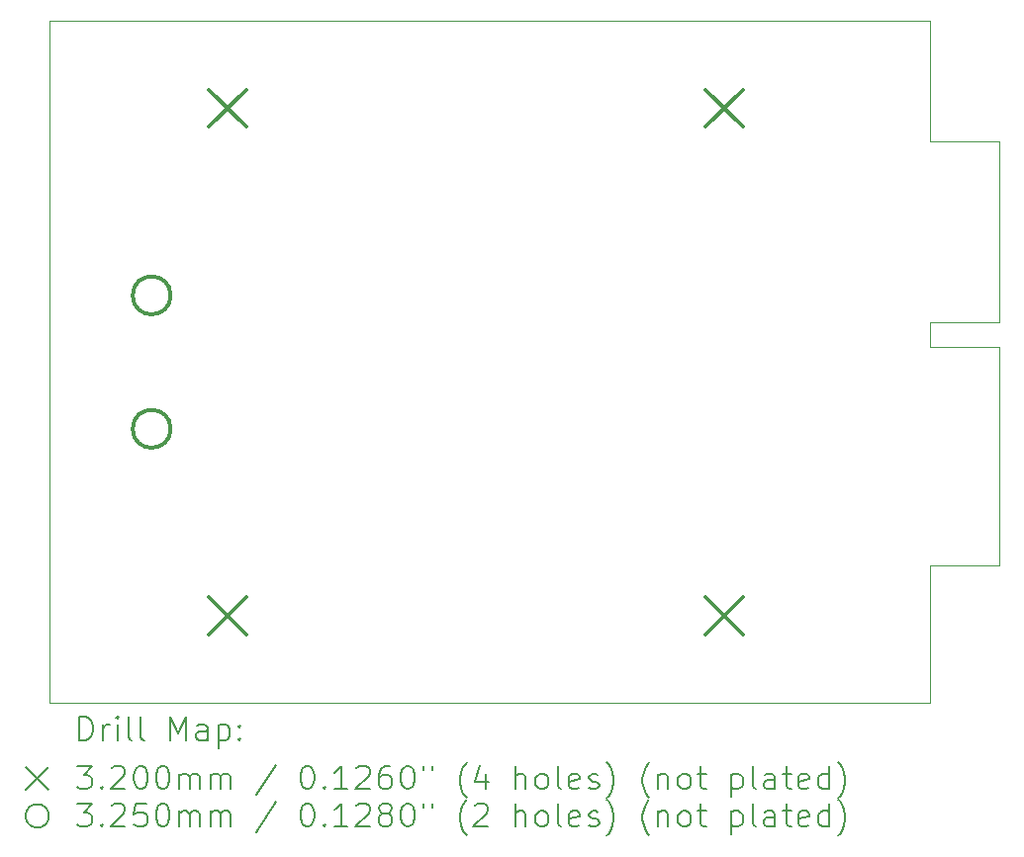
<source format=gbr>
%TF.GenerationSoftware,KiCad,Pcbnew,8.0.4*%
%TF.CreationDate,2024-09-18T23:48:34+03:00*%
%TF.ProjectId,dsoxlan,64736f78-6c61-46e2-9e6b-696361645f70,rev?*%
%TF.SameCoordinates,Original*%
%TF.FileFunction,Drillmap*%
%TF.FilePolarity,Positive*%
%FSLAX45Y45*%
G04 Gerber Fmt 4.5, Leading zero omitted, Abs format (unit mm)*
G04 Created by KiCad (PCBNEW 8.0.4) date 2024-09-18 23:48:34*
%MOMM*%
%LPD*%
G01*
G04 APERTURE LIST*
%ADD10C,0.100000*%
%ADD11C,0.200000*%
%ADD12C,0.320000*%
%ADD13C,0.325000*%
G04 APERTURE END LIST*
D10*
X19354800Y-6946900D02*
X18757900Y-6946900D01*
X17957800Y-11760200D02*
X18757900Y-11760200D01*
X18757900Y-10579100D02*
X19354800Y-10579100D01*
X18757900Y-6946900D02*
X18757900Y-5918200D01*
X19354800Y-8496300D02*
X19354800Y-6946900D01*
X19354800Y-10579100D02*
X19354800Y-8712200D01*
X18757900Y-11760200D02*
X18757900Y-10579100D01*
X11226800Y-11760200D02*
X17957800Y-11760200D01*
X18757900Y-5918200D02*
X11226800Y-5918200D01*
X18757900Y-8712200D02*
X18757900Y-8496300D01*
X19354800Y-8712200D02*
X18757900Y-8712200D01*
X18757900Y-8496300D02*
X19354800Y-8496300D01*
X11226800Y-5918200D02*
X11226800Y-11760200D01*
D11*
D12*
X12590000Y-6504200D02*
X12910000Y-6824200D01*
X12910000Y-6504200D02*
X12590000Y-6824200D01*
X12590000Y-10854200D02*
X12910000Y-11174200D01*
X12910000Y-10854200D02*
X12590000Y-11174200D01*
X16840000Y-6504200D02*
X17160000Y-6824200D01*
X17160000Y-6504200D02*
X16840000Y-6824200D01*
X16840000Y-10854200D02*
X17160000Y-11174200D01*
X17160000Y-10854200D02*
X16840000Y-11174200D01*
D13*
X12263500Y-8267000D02*
G75*
G02*
X11938500Y-8267000I-162500J0D01*
G01*
X11938500Y-8267000D02*
G75*
G02*
X12263500Y-8267000I162500J0D01*
G01*
X12263500Y-9410000D02*
G75*
G02*
X11938500Y-9410000I-162500J0D01*
G01*
X11938500Y-9410000D02*
G75*
G02*
X12263500Y-9410000I162500J0D01*
G01*
D11*
X11482577Y-12076684D02*
X11482577Y-11876684D01*
X11482577Y-11876684D02*
X11530196Y-11876684D01*
X11530196Y-11876684D02*
X11558767Y-11886208D01*
X11558767Y-11886208D02*
X11577815Y-11905255D01*
X11577815Y-11905255D02*
X11587339Y-11924303D01*
X11587339Y-11924303D02*
X11596862Y-11962398D01*
X11596862Y-11962398D02*
X11596862Y-11990969D01*
X11596862Y-11990969D02*
X11587339Y-12029065D01*
X11587339Y-12029065D02*
X11577815Y-12048112D01*
X11577815Y-12048112D02*
X11558767Y-12067160D01*
X11558767Y-12067160D02*
X11530196Y-12076684D01*
X11530196Y-12076684D02*
X11482577Y-12076684D01*
X11682577Y-12076684D02*
X11682577Y-11943350D01*
X11682577Y-11981446D02*
X11692101Y-11962398D01*
X11692101Y-11962398D02*
X11701624Y-11952874D01*
X11701624Y-11952874D02*
X11720672Y-11943350D01*
X11720672Y-11943350D02*
X11739720Y-11943350D01*
X11806386Y-12076684D02*
X11806386Y-11943350D01*
X11806386Y-11876684D02*
X11796862Y-11886208D01*
X11796862Y-11886208D02*
X11806386Y-11895731D01*
X11806386Y-11895731D02*
X11815910Y-11886208D01*
X11815910Y-11886208D02*
X11806386Y-11876684D01*
X11806386Y-11876684D02*
X11806386Y-11895731D01*
X11930196Y-12076684D02*
X11911148Y-12067160D01*
X11911148Y-12067160D02*
X11901624Y-12048112D01*
X11901624Y-12048112D02*
X11901624Y-11876684D01*
X12034958Y-12076684D02*
X12015910Y-12067160D01*
X12015910Y-12067160D02*
X12006386Y-12048112D01*
X12006386Y-12048112D02*
X12006386Y-11876684D01*
X12263529Y-12076684D02*
X12263529Y-11876684D01*
X12263529Y-11876684D02*
X12330196Y-12019541D01*
X12330196Y-12019541D02*
X12396862Y-11876684D01*
X12396862Y-11876684D02*
X12396862Y-12076684D01*
X12577815Y-12076684D02*
X12577815Y-11971922D01*
X12577815Y-11971922D02*
X12568291Y-11952874D01*
X12568291Y-11952874D02*
X12549243Y-11943350D01*
X12549243Y-11943350D02*
X12511148Y-11943350D01*
X12511148Y-11943350D02*
X12492101Y-11952874D01*
X12577815Y-12067160D02*
X12558767Y-12076684D01*
X12558767Y-12076684D02*
X12511148Y-12076684D01*
X12511148Y-12076684D02*
X12492101Y-12067160D01*
X12492101Y-12067160D02*
X12482577Y-12048112D01*
X12482577Y-12048112D02*
X12482577Y-12029065D01*
X12482577Y-12029065D02*
X12492101Y-12010017D01*
X12492101Y-12010017D02*
X12511148Y-12000493D01*
X12511148Y-12000493D02*
X12558767Y-12000493D01*
X12558767Y-12000493D02*
X12577815Y-11990969D01*
X12673053Y-11943350D02*
X12673053Y-12143350D01*
X12673053Y-11952874D02*
X12692101Y-11943350D01*
X12692101Y-11943350D02*
X12730196Y-11943350D01*
X12730196Y-11943350D02*
X12749243Y-11952874D01*
X12749243Y-11952874D02*
X12758767Y-11962398D01*
X12758767Y-11962398D02*
X12768291Y-11981446D01*
X12768291Y-11981446D02*
X12768291Y-12038588D01*
X12768291Y-12038588D02*
X12758767Y-12057636D01*
X12758767Y-12057636D02*
X12749243Y-12067160D01*
X12749243Y-12067160D02*
X12730196Y-12076684D01*
X12730196Y-12076684D02*
X12692101Y-12076684D01*
X12692101Y-12076684D02*
X12673053Y-12067160D01*
X12854005Y-12057636D02*
X12863529Y-12067160D01*
X12863529Y-12067160D02*
X12854005Y-12076684D01*
X12854005Y-12076684D02*
X12844482Y-12067160D01*
X12844482Y-12067160D02*
X12854005Y-12057636D01*
X12854005Y-12057636D02*
X12854005Y-12076684D01*
X12854005Y-11952874D02*
X12863529Y-11962398D01*
X12863529Y-11962398D02*
X12854005Y-11971922D01*
X12854005Y-11971922D02*
X12844482Y-11962398D01*
X12844482Y-11962398D02*
X12854005Y-11952874D01*
X12854005Y-11952874D02*
X12854005Y-11971922D01*
X11021800Y-12305200D02*
X11221800Y-12505200D01*
X11221800Y-12305200D02*
X11021800Y-12505200D01*
X11463529Y-12296684D02*
X11587339Y-12296684D01*
X11587339Y-12296684D02*
X11520672Y-12372874D01*
X11520672Y-12372874D02*
X11549243Y-12372874D01*
X11549243Y-12372874D02*
X11568291Y-12382398D01*
X11568291Y-12382398D02*
X11577815Y-12391922D01*
X11577815Y-12391922D02*
X11587339Y-12410969D01*
X11587339Y-12410969D02*
X11587339Y-12458588D01*
X11587339Y-12458588D02*
X11577815Y-12477636D01*
X11577815Y-12477636D02*
X11568291Y-12487160D01*
X11568291Y-12487160D02*
X11549243Y-12496684D01*
X11549243Y-12496684D02*
X11492101Y-12496684D01*
X11492101Y-12496684D02*
X11473053Y-12487160D01*
X11473053Y-12487160D02*
X11463529Y-12477636D01*
X11673053Y-12477636D02*
X11682577Y-12487160D01*
X11682577Y-12487160D02*
X11673053Y-12496684D01*
X11673053Y-12496684D02*
X11663529Y-12487160D01*
X11663529Y-12487160D02*
X11673053Y-12477636D01*
X11673053Y-12477636D02*
X11673053Y-12496684D01*
X11758767Y-12315731D02*
X11768291Y-12306208D01*
X11768291Y-12306208D02*
X11787339Y-12296684D01*
X11787339Y-12296684D02*
X11834958Y-12296684D01*
X11834958Y-12296684D02*
X11854005Y-12306208D01*
X11854005Y-12306208D02*
X11863529Y-12315731D01*
X11863529Y-12315731D02*
X11873053Y-12334779D01*
X11873053Y-12334779D02*
X11873053Y-12353827D01*
X11873053Y-12353827D02*
X11863529Y-12382398D01*
X11863529Y-12382398D02*
X11749243Y-12496684D01*
X11749243Y-12496684D02*
X11873053Y-12496684D01*
X11996862Y-12296684D02*
X12015910Y-12296684D01*
X12015910Y-12296684D02*
X12034958Y-12306208D01*
X12034958Y-12306208D02*
X12044482Y-12315731D01*
X12044482Y-12315731D02*
X12054005Y-12334779D01*
X12054005Y-12334779D02*
X12063529Y-12372874D01*
X12063529Y-12372874D02*
X12063529Y-12420493D01*
X12063529Y-12420493D02*
X12054005Y-12458588D01*
X12054005Y-12458588D02*
X12044482Y-12477636D01*
X12044482Y-12477636D02*
X12034958Y-12487160D01*
X12034958Y-12487160D02*
X12015910Y-12496684D01*
X12015910Y-12496684D02*
X11996862Y-12496684D01*
X11996862Y-12496684D02*
X11977815Y-12487160D01*
X11977815Y-12487160D02*
X11968291Y-12477636D01*
X11968291Y-12477636D02*
X11958767Y-12458588D01*
X11958767Y-12458588D02*
X11949243Y-12420493D01*
X11949243Y-12420493D02*
X11949243Y-12372874D01*
X11949243Y-12372874D02*
X11958767Y-12334779D01*
X11958767Y-12334779D02*
X11968291Y-12315731D01*
X11968291Y-12315731D02*
X11977815Y-12306208D01*
X11977815Y-12306208D02*
X11996862Y-12296684D01*
X12187339Y-12296684D02*
X12206386Y-12296684D01*
X12206386Y-12296684D02*
X12225434Y-12306208D01*
X12225434Y-12306208D02*
X12234958Y-12315731D01*
X12234958Y-12315731D02*
X12244482Y-12334779D01*
X12244482Y-12334779D02*
X12254005Y-12372874D01*
X12254005Y-12372874D02*
X12254005Y-12420493D01*
X12254005Y-12420493D02*
X12244482Y-12458588D01*
X12244482Y-12458588D02*
X12234958Y-12477636D01*
X12234958Y-12477636D02*
X12225434Y-12487160D01*
X12225434Y-12487160D02*
X12206386Y-12496684D01*
X12206386Y-12496684D02*
X12187339Y-12496684D01*
X12187339Y-12496684D02*
X12168291Y-12487160D01*
X12168291Y-12487160D02*
X12158767Y-12477636D01*
X12158767Y-12477636D02*
X12149243Y-12458588D01*
X12149243Y-12458588D02*
X12139720Y-12420493D01*
X12139720Y-12420493D02*
X12139720Y-12372874D01*
X12139720Y-12372874D02*
X12149243Y-12334779D01*
X12149243Y-12334779D02*
X12158767Y-12315731D01*
X12158767Y-12315731D02*
X12168291Y-12306208D01*
X12168291Y-12306208D02*
X12187339Y-12296684D01*
X12339720Y-12496684D02*
X12339720Y-12363350D01*
X12339720Y-12382398D02*
X12349243Y-12372874D01*
X12349243Y-12372874D02*
X12368291Y-12363350D01*
X12368291Y-12363350D02*
X12396863Y-12363350D01*
X12396863Y-12363350D02*
X12415910Y-12372874D01*
X12415910Y-12372874D02*
X12425434Y-12391922D01*
X12425434Y-12391922D02*
X12425434Y-12496684D01*
X12425434Y-12391922D02*
X12434958Y-12372874D01*
X12434958Y-12372874D02*
X12454005Y-12363350D01*
X12454005Y-12363350D02*
X12482577Y-12363350D01*
X12482577Y-12363350D02*
X12501624Y-12372874D01*
X12501624Y-12372874D02*
X12511148Y-12391922D01*
X12511148Y-12391922D02*
X12511148Y-12496684D01*
X12606386Y-12496684D02*
X12606386Y-12363350D01*
X12606386Y-12382398D02*
X12615910Y-12372874D01*
X12615910Y-12372874D02*
X12634958Y-12363350D01*
X12634958Y-12363350D02*
X12663529Y-12363350D01*
X12663529Y-12363350D02*
X12682577Y-12372874D01*
X12682577Y-12372874D02*
X12692101Y-12391922D01*
X12692101Y-12391922D02*
X12692101Y-12496684D01*
X12692101Y-12391922D02*
X12701624Y-12372874D01*
X12701624Y-12372874D02*
X12720672Y-12363350D01*
X12720672Y-12363350D02*
X12749243Y-12363350D01*
X12749243Y-12363350D02*
X12768291Y-12372874D01*
X12768291Y-12372874D02*
X12777815Y-12391922D01*
X12777815Y-12391922D02*
X12777815Y-12496684D01*
X13168291Y-12287160D02*
X12996863Y-12544303D01*
X13425434Y-12296684D02*
X13444482Y-12296684D01*
X13444482Y-12296684D02*
X13463529Y-12306208D01*
X13463529Y-12306208D02*
X13473053Y-12315731D01*
X13473053Y-12315731D02*
X13482577Y-12334779D01*
X13482577Y-12334779D02*
X13492101Y-12372874D01*
X13492101Y-12372874D02*
X13492101Y-12420493D01*
X13492101Y-12420493D02*
X13482577Y-12458588D01*
X13482577Y-12458588D02*
X13473053Y-12477636D01*
X13473053Y-12477636D02*
X13463529Y-12487160D01*
X13463529Y-12487160D02*
X13444482Y-12496684D01*
X13444482Y-12496684D02*
X13425434Y-12496684D01*
X13425434Y-12496684D02*
X13406386Y-12487160D01*
X13406386Y-12487160D02*
X13396863Y-12477636D01*
X13396863Y-12477636D02*
X13387339Y-12458588D01*
X13387339Y-12458588D02*
X13377815Y-12420493D01*
X13377815Y-12420493D02*
X13377815Y-12372874D01*
X13377815Y-12372874D02*
X13387339Y-12334779D01*
X13387339Y-12334779D02*
X13396863Y-12315731D01*
X13396863Y-12315731D02*
X13406386Y-12306208D01*
X13406386Y-12306208D02*
X13425434Y-12296684D01*
X13577815Y-12477636D02*
X13587339Y-12487160D01*
X13587339Y-12487160D02*
X13577815Y-12496684D01*
X13577815Y-12496684D02*
X13568291Y-12487160D01*
X13568291Y-12487160D02*
X13577815Y-12477636D01*
X13577815Y-12477636D02*
X13577815Y-12496684D01*
X13777815Y-12496684D02*
X13663529Y-12496684D01*
X13720672Y-12496684D02*
X13720672Y-12296684D01*
X13720672Y-12296684D02*
X13701625Y-12325255D01*
X13701625Y-12325255D02*
X13682577Y-12344303D01*
X13682577Y-12344303D02*
X13663529Y-12353827D01*
X13854006Y-12315731D02*
X13863529Y-12306208D01*
X13863529Y-12306208D02*
X13882577Y-12296684D01*
X13882577Y-12296684D02*
X13930196Y-12296684D01*
X13930196Y-12296684D02*
X13949244Y-12306208D01*
X13949244Y-12306208D02*
X13958767Y-12315731D01*
X13958767Y-12315731D02*
X13968291Y-12334779D01*
X13968291Y-12334779D02*
X13968291Y-12353827D01*
X13968291Y-12353827D02*
X13958767Y-12382398D01*
X13958767Y-12382398D02*
X13844482Y-12496684D01*
X13844482Y-12496684D02*
X13968291Y-12496684D01*
X14139720Y-12296684D02*
X14101625Y-12296684D01*
X14101625Y-12296684D02*
X14082577Y-12306208D01*
X14082577Y-12306208D02*
X14073053Y-12315731D01*
X14073053Y-12315731D02*
X14054006Y-12344303D01*
X14054006Y-12344303D02*
X14044482Y-12382398D01*
X14044482Y-12382398D02*
X14044482Y-12458588D01*
X14044482Y-12458588D02*
X14054006Y-12477636D01*
X14054006Y-12477636D02*
X14063529Y-12487160D01*
X14063529Y-12487160D02*
X14082577Y-12496684D01*
X14082577Y-12496684D02*
X14120672Y-12496684D01*
X14120672Y-12496684D02*
X14139720Y-12487160D01*
X14139720Y-12487160D02*
X14149244Y-12477636D01*
X14149244Y-12477636D02*
X14158767Y-12458588D01*
X14158767Y-12458588D02*
X14158767Y-12410969D01*
X14158767Y-12410969D02*
X14149244Y-12391922D01*
X14149244Y-12391922D02*
X14139720Y-12382398D01*
X14139720Y-12382398D02*
X14120672Y-12372874D01*
X14120672Y-12372874D02*
X14082577Y-12372874D01*
X14082577Y-12372874D02*
X14063529Y-12382398D01*
X14063529Y-12382398D02*
X14054006Y-12391922D01*
X14054006Y-12391922D02*
X14044482Y-12410969D01*
X14282577Y-12296684D02*
X14301625Y-12296684D01*
X14301625Y-12296684D02*
X14320672Y-12306208D01*
X14320672Y-12306208D02*
X14330196Y-12315731D01*
X14330196Y-12315731D02*
X14339720Y-12334779D01*
X14339720Y-12334779D02*
X14349244Y-12372874D01*
X14349244Y-12372874D02*
X14349244Y-12420493D01*
X14349244Y-12420493D02*
X14339720Y-12458588D01*
X14339720Y-12458588D02*
X14330196Y-12477636D01*
X14330196Y-12477636D02*
X14320672Y-12487160D01*
X14320672Y-12487160D02*
X14301625Y-12496684D01*
X14301625Y-12496684D02*
X14282577Y-12496684D01*
X14282577Y-12496684D02*
X14263529Y-12487160D01*
X14263529Y-12487160D02*
X14254006Y-12477636D01*
X14254006Y-12477636D02*
X14244482Y-12458588D01*
X14244482Y-12458588D02*
X14234958Y-12420493D01*
X14234958Y-12420493D02*
X14234958Y-12372874D01*
X14234958Y-12372874D02*
X14244482Y-12334779D01*
X14244482Y-12334779D02*
X14254006Y-12315731D01*
X14254006Y-12315731D02*
X14263529Y-12306208D01*
X14263529Y-12306208D02*
X14282577Y-12296684D01*
X14425434Y-12296684D02*
X14425434Y-12334779D01*
X14501625Y-12296684D02*
X14501625Y-12334779D01*
X14796863Y-12572874D02*
X14787339Y-12563350D01*
X14787339Y-12563350D02*
X14768291Y-12534779D01*
X14768291Y-12534779D02*
X14758768Y-12515731D01*
X14758768Y-12515731D02*
X14749244Y-12487160D01*
X14749244Y-12487160D02*
X14739720Y-12439541D01*
X14739720Y-12439541D02*
X14739720Y-12401446D01*
X14739720Y-12401446D02*
X14749244Y-12353827D01*
X14749244Y-12353827D02*
X14758768Y-12325255D01*
X14758768Y-12325255D02*
X14768291Y-12306208D01*
X14768291Y-12306208D02*
X14787339Y-12277636D01*
X14787339Y-12277636D02*
X14796863Y-12268112D01*
X14958768Y-12363350D02*
X14958768Y-12496684D01*
X14911148Y-12287160D02*
X14863529Y-12430017D01*
X14863529Y-12430017D02*
X14987339Y-12430017D01*
X15215910Y-12496684D02*
X15215910Y-12296684D01*
X15301625Y-12496684D02*
X15301625Y-12391922D01*
X15301625Y-12391922D02*
X15292101Y-12372874D01*
X15292101Y-12372874D02*
X15273053Y-12363350D01*
X15273053Y-12363350D02*
X15244482Y-12363350D01*
X15244482Y-12363350D02*
X15225434Y-12372874D01*
X15225434Y-12372874D02*
X15215910Y-12382398D01*
X15425434Y-12496684D02*
X15406387Y-12487160D01*
X15406387Y-12487160D02*
X15396863Y-12477636D01*
X15396863Y-12477636D02*
X15387339Y-12458588D01*
X15387339Y-12458588D02*
X15387339Y-12401446D01*
X15387339Y-12401446D02*
X15396863Y-12382398D01*
X15396863Y-12382398D02*
X15406387Y-12372874D01*
X15406387Y-12372874D02*
X15425434Y-12363350D01*
X15425434Y-12363350D02*
X15454006Y-12363350D01*
X15454006Y-12363350D02*
X15473053Y-12372874D01*
X15473053Y-12372874D02*
X15482577Y-12382398D01*
X15482577Y-12382398D02*
X15492101Y-12401446D01*
X15492101Y-12401446D02*
X15492101Y-12458588D01*
X15492101Y-12458588D02*
X15482577Y-12477636D01*
X15482577Y-12477636D02*
X15473053Y-12487160D01*
X15473053Y-12487160D02*
X15454006Y-12496684D01*
X15454006Y-12496684D02*
X15425434Y-12496684D01*
X15606387Y-12496684D02*
X15587339Y-12487160D01*
X15587339Y-12487160D02*
X15577815Y-12468112D01*
X15577815Y-12468112D02*
X15577815Y-12296684D01*
X15758768Y-12487160D02*
X15739720Y-12496684D01*
X15739720Y-12496684D02*
X15701625Y-12496684D01*
X15701625Y-12496684D02*
X15682577Y-12487160D01*
X15682577Y-12487160D02*
X15673053Y-12468112D01*
X15673053Y-12468112D02*
X15673053Y-12391922D01*
X15673053Y-12391922D02*
X15682577Y-12372874D01*
X15682577Y-12372874D02*
X15701625Y-12363350D01*
X15701625Y-12363350D02*
X15739720Y-12363350D01*
X15739720Y-12363350D02*
X15758768Y-12372874D01*
X15758768Y-12372874D02*
X15768291Y-12391922D01*
X15768291Y-12391922D02*
X15768291Y-12410969D01*
X15768291Y-12410969D02*
X15673053Y-12430017D01*
X15844482Y-12487160D02*
X15863530Y-12496684D01*
X15863530Y-12496684D02*
X15901625Y-12496684D01*
X15901625Y-12496684D02*
X15920672Y-12487160D01*
X15920672Y-12487160D02*
X15930196Y-12468112D01*
X15930196Y-12468112D02*
X15930196Y-12458588D01*
X15930196Y-12458588D02*
X15920672Y-12439541D01*
X15920672Y-12439541D02*
X15901625Y-12430017D01*
X15901625Y-12430017D02*
X15873053Y-12430017D01*
X15873053Y-12430017D02*
X15854006Y-12420493D01*
X15854006Y-12420493D02*
X15844482Y-12401446D01*
X15844482Y-12401446D02*
X15844482Y-12391922D01*
X15844482Y-12391922D02*
X15854006Y-12372874D01*
X15854006Y-12372874D02*
X15873053Y-12363350D01*
X15873053Y-12363350D02*
X15901625Y-12363350D01*
X15901625Y-12363350D02*
X15920672Y-12372874D01*
X15996863Y-12572874D02*
X16006387Y-12563350D01*
X16006387Y-12563350D02*
X16025434Y-12534779D01*
X16025434Y-12534779D02*
X16034958Y-12515731D01*
X16034958Y-12515731D02*
X16044482Y-12487160D01*
X16044482Y-12487160D02*
X16054006Y-12439541D01*
X16054006Y-12439541D02*
X16054006Y-12401446D01*
X16054006Y-12401446D02*
X16044482Y-12353827D01*
X16044482Y-12353827D02*
X16034958Y-12325255D01*
X16034958Y-12325255D02*
X16025434Y-12306208D01*
X16025434Y-12306208D02*
X16006387Y-12277636D01*
X16006387Y-12277636D02*
X15996863Y-12268112D01*
X16358768Y-12572874D02*
X16349244Y-12563350D01*
X16349244Y-12563350D02*
X16330196Y-12534779D01*
X16330196Y-12534779D02*
X16320672Y-12515731D01*
X16320672Y-12515731D02*
X16311149Y-12487160D01*
X16311149Y-12487160D02*
X16301625Y-12439541D01*
X16301625Y-12439541D02*
X16301625Y-12401446D01*
X16301625Y-12401446D02*
X16311149Y-12353827D01*
X16311149Y-12353827D02*
X16320672Y-12325255D01*
X16320672Y-12325255D02*
X16330196Y-12306208D01*
X16330196Y-12306208D02*
X16349244Y-12277636D01*
X16349244Y-12277636D02*
X16358768Y-12268112D01*
X16434958Y-12363350D02*
X16434958Y-12496684D01*
X16434958Y-12382398D02*
X16444482Y-12372874D01*
X16444482Y-12372874D02*
X16463530Y-12363350D01*
X16463530Y-12363350D02*
X16492101Y-12363350D01*
X16492101Y-12363350D02*
X16511149Y-12372874D01*
X16511149Y-12372874D02*
X16520672Y-12391922D01*
X16520672Y-12391922D02*
X16520672Y-12496684D01*
X16644482Y-12496684D02*
X16625434Y-12487160D01*
X16625434Y-12487160D02*
X16615911Y-12477636D01*
X16615911Y-12477636D02*
X16606387Y-12458588D01*
X16606387Y-12458588D02*
X16606387Y-12401446D01*
X16606387Y-12401446D02*
X16615911Y-12382398D01*
X16615911Y-12382398D02*
X16625434Y-12372874D01*
X16625434Y-12372874D02*
X16644482Y-12363350D01*
X16644482Y-12363350D02*
X16673053Y-12363350D01*
X16673053Y-12363350D02*
X16692101Y-12372874D01*
X16692101Y-12372874D02*
X16701625Y-12382398D01*
X16701625Y-12382398D02*
X16711149Y-12401446D01*
X16711149Y-12401446D02*
X16711149Y-12458588D01*
X16711149Y-12458588D02*
X16701625Y-12477636D01*
X16701625Y-12477636D02*
X16692101Y-12487160D01*
X16692101Y-12487160D02*
X16673053Y-12496684D01*
X16673053Y-12496684D02*
X16644482Y-12496684D01*
X16768292Y-12363350D02*
X16844482Y-12363350D01*
X16796863Y-12296684D02*
X16796863Y-12468112D01*
X16796863Y-12468112D02*
X16806387Y-12487160D01*
X16806387Y-12487160D02*
X16825434Y-12496684D01*
X16825434Y-12496684D02*
X16844482Y-12496684D01*
X17063530Y-12363350D02*
X17063530Y-12563350D01*
X17063530Y-12372874D02*
X17082577Y-12363350D01*
X17082577Y-12363350D02*
X17120673Y-12363350D01*
X17120673Y-12363350D02*
X17139720Y-12372874D01*
X17139720Y-12372874D02*
X17149244Y-12382398D01*
X17149244Y-12382398D02*
X17158768Y-12401446D01*
X17158768Y-12401446D02*
X17158768Y-12458588D01*
X17158768Y-12458588D02*
X17149244Y-12477636D01*
X17149244Y-12477636D02*
X17139720Y-12487160D01*
X17139720Y-12487160D02*
X17120673Y-12496684D01*
X17120673Y-12496684D02*
X17082577Y-12496684D01*
X17082577Y-12496684D02*
X17063530Y-12487160D01*
X17273054Y-12496684D02*
X17254006Y-12487160D01*
X17254006Y-12487160D02*
X17244482Y-12468112D01*
X17244482Y-12468112D02*
X17244482Y-12296684D01*
X17434958Y-12496684D02*
X17434958Y-12391922D01*
X17434958Y-12391922D02*
X17425435Y-12372874D01*
X17425435Y-12372874D02*
X17406387Y-12363350D01*
X17406387Y-12363350D02*
X17368292Y-12363350D01*
X17368292Y-12363350D02*
X17349244Y-12372874D01*
X17434958Y-12487160D02*
X17415911Y-12496684D01*
X17415911Y-12496684D02*
X17368292Y-12496684D01*
X17368292Y-12496684D02*
X17349244Y-12487160D01*
X17349244Y-12487160D02*
X17339720Y-12468112D01*
X17339720Y-12468112D02*
X17339720Y-12449065D01*
X17339720Y-12449065D02*
X17349244Y-12430017D01*
X17349244Y-12430017D02*
X17368292Y-12420493D01*
X17368292Y-12420493D02*
X17415911Y-12420493D01*
X17415911Y-12420493D02*
X17434958Y-12410969D01*
X17501625Y-12363350D02*
X17577815Y-12363350D01*
X17530196Y-12296684D02*
X17530196Y-12468112D01*
X17530196Y-12468112D02*
X17539720Y-12487160D01*
X17539720Y-12487160D02*
X17558768Y-12496684D01*
X17558768Y-12496684D02*
X17577815Y-12496684D01*
X17720673Y-12487160D02*
X17701625Y-12496684D01*
X17701625Y-12496684D02*
X17663530Y-12496684D01*
X17663530Y-12496684D02*
X17644482Y-12487160D01*
X17644482Y-12487160D02*
X17634958Y-12468112D01*
X17634958Y-12468112D02*
X17634958Y-12391922D01*
X17634958Y-12391922D02*
X17644482Y-12372874D01*
X17644482Y-12372874D02*
X17663530Y-12363350D01*
X17663530Y-12363350D02*
X17701625Y-12363350D01*
X17701625Y-12363350D02*
X17720673Y-12372874D01*
X17720673Y-12372874D02*
X17730196Y-12391922D01*
X17730196Y-12391922D02*
X17730196Y-12410969D01*
X17730196Y-12410969D02*
X17634958Y-12430017D01*
X17901625Y-12496684D02*
X17901625Y-12296684D01*
X17901625Y-12487160D02*
X17882577Y-12496684D01*
X17882577Y-12496684D02*
X17844482Y-12496684D01*
X17844482Y-12496684D02*
X17825435Y-12487160D01*
X17825435Y-12487160D02*
X17815911Y-12477636D01*
X17815911Y-12477636D02*
X17806387Y-12458588D01*
X17806387Y-12458588D02*
X17806387Y-12401446D01*
X17806387Y-12401446D02*
X17815911Y-12382398D01*
X17815911Y-12382398D02*
X17825435Y-12372874D01*
X17825435Y-12372874D02*
X17844482Y-12363350D01*
X17844482Y-12363350D02*
X17882577Y-12363350D01*
X17882577Y-12363350D02*
X17901625Y-12372874D01*
X17977816Y-12572874D02*
X17987339Y-12563350D01*
X17987339Y-12563350D02*
X18006387Y-12534779D01*
X18006387Y-12534779D02*
X18015911Y-12515731D01*
X18015911Y-12515731D02*
X18025435Y-12487160D01*
X18025435Y-12487160D02*
X18034958Y-12439541D01*
X18034958Y-12439541D02*
X18034958Y-12401446D01*
X18034958Y-12401446D02*
X18025435Y-12353827D01*
X18025435Y-12353827D02*
X18015911Y-12325255D01*
X18015911Y-12325255D02*
X18006387Y-12306208D01*
X18006387Y-12306208D02*
X17987339Y-12277636D01*
X17987339Y-12277636D02*
X17977816Y-12268112D01*
X11221800Y-12725200D02*
G75*
G02*
X11021800Y-12725200I-100000J0D01*
G01*
X11021800Y-12725200D02*
G75*
G02*
X11221800Y-12725200I100000J0D01*
G01*
X11463529Y-12616684D02*
X11587339Y-12616684D01*
X11587339Y-12616684D02*
X11520672Y-12692874D01*
X11520672Y-12692874D02*
X11549243Y-12692874D01*
X11549243Y-12692874D02*
X11568291Y-12702398D01*
X11568291Y-12702398D02*
X11577815Y-12711922D01*
X11577815Y-12711922D02*
X11587339Y-12730969D01*
X11587339Y-12730969D02*
X11587339Y-12778588D01*
X11587339Y-12778588D02*
X11577815Y-12797636D01*
X11577815Y-12797636D02*
X11568291Y-12807160D01*
X11568291Y-12807160D02*
X11549243Y-12816684D01*
X11549243Y-12816684D02*
X11492101Y-12816684D01*
X11492101Y-12816684D02*
X11473053Y-12807160D01*
X11473053Y-12807160D02*
X11463529Y-12797636D01*
X11673053Y-12797636D02*
X11682577Y-12807160D01*
X11682577Y-12807160D02*
X11673053Y-12816684D01*
X11673053Y-12816684D02*
X11663529Y-12807160D01*
X11663529Y-12807160D02*
X11673053Y-12797636D01*
X11673053Y-12797636D02*
X11673053Y-12816684D01*
X11758767Y-12635731D02*
X11768291Y-12626208D01*
X11768291Y-12626208D02*
X11787339Y-12616684D01*
X11787339Y-12616684D02*
X11834958Y-12616684D01*
X11834958Y-12616684D02*
X11854005Y-12626208D01*
X11854005Y-12626208D02*
X11863529Y-12635731D01*
X11863529Y-12635731D02*
X11873053Y-12654779D01*
X11873053Y-12654779D02*
X11873053Y-12673827D01*
X11873053Y-12673827D02*
X11863529Y-12702398D01*
X11863529Y-12702398D02*
X11749243Y-12816684D01*
X11749243Y-12816684D02*
X11873053Y-12816684D01*
X12054005Y-12616684D02*
X11958767Y-12616684D01*
X11958767Y-12616684D02*
X11949243Y-12711922D01*
X11949243Y-12711922D02*
X11958767Y-12702398D01*
X11958767Y-12702398D02*
X11977815Y-12692874D01*
X11977815Y-12692874D02*
X12025434Y-12692874D01*
X12025434Y-12692874D02*
X12044482Y-12702398D01*
X12044482Y-12702398D02*
X12054005Y-12711922D01*
X12054005Y-12711922D02*
X12063529Y-12730969D01*
X12063529Y-12730969D02*
X12063529Y-12778588D01*
X12063529Y-12778588D02*
X12054005Y-12797636D01*
X12054005Y-12797636D02*
X12044482Y-12807160D01*
X12044482Y-12807160D02*
X12025434Y-12816684D01*
X12025434Y-12816684D02*
X11977815Y-12816684D01*
X11977815Y-12816684D02*
X11958767Y-12807160D01*
X11958767Y-12807160D02*
X11949243Y-12797636D01*
X12187339Y-12616684D02*
X12206386Y-12616684D01*
X12206386Y-12616684D02*
X12225434Y-12626208D01*
X12225434Y-12626208D02*
X12234958Y-12635731D01*
X12234958Y-12635731D02*
X12244482Y-12654779D01*
X12244482Y-12654779D02*
X12254005Y-12692874D01*
X12254005Y-12692874D02*
X12254005Y-12740493D01*
X12254005Y-12740493D02*
X12244482Y-12778588D01*
X12244482Y-12778588D02*
X12234958Y-12797636D01*
X12234958Y-12797636D02*
X12225434Y-12807160D01*
X12225434Y-12807160D02*
X12206386Y-12816684D01*
X12206386Y-12816684D02*
X12187339Y-12816684D01*
X12187339Y-12816684D02*
X12168291Y-12807160D01*
X12168291Y-12807160D02*
X12158767Y-12797636D01*
X12158767Y-12797636D02*
X12149243Y-12778588D01*
X12149243Y-12778588D02*
X12139720Y-12740493D01*
X12139720Y-12740493D02*
X12139720Y-12692874D01*
X12139720Y-12692874D02*
X12149243Y-12654779D01*
X12149243Y-12654779D02*
X12158767Y-12635731D01*
X12158767Y-12635731D02*
X12168291Y-12626208D01*
X12168291Y-12626208D02*
X12187339Y-12616684D01*
X12339720Y-12816684D02*
X12339720Y-12683350D01*
X12339720Y-12702398D02*
X12349243Y-12692874D01*
X12349243Y-12692874D02*
X12368291Y-12683350D01*
X12368291Y-12683350D02*
X12396863Y-12683350D01*
X12396863Y-12683350D02*
X12415910Y-12692874D01*
X12415910Y-12692874D02*
X12425434Y-12711922D01*
X12425434Y-12711922D02*
X12425434Y-12816684D01*
X12425434Y-12711922D02*
X12434958Y-12692874D01*
X12434958Y-12692874D02*
X12454005Y-12683350D01*
X12454005Y-12683350D02*
X12482577Y-12683350D01*
X12482577Y-12683350D02*
X12501624Y-12692874D01*
X12501624Y-12692874D02*
X12511148Y-12711922D01*
X12511148Y-12711922D02*
X12511148Y-12816684D01*
X12606386Y-12816684D02*
X12606386Y-12683350D01*
X12606386Y-12702398D02*
X12615910Y-12692874D01*
X12615910Y-12692874D02*
X12634958Y-12683350D01*
X12634958Y-12683350D02*
X12663529Y-12683350D01*
X12663529Y-12683350D02*
X12682577Y-12692874D01*
X12682577Y-12692874D02*
X12692101Y-12711922D01*
X12692101Y-12711922D02*
X12692101Y-12816684D01*
X12692101Y-12711922D02*
X12701624Y-12692874D01*
X12701624Y-12692874D02*
X12720672Y-12683350D01*
X12720672Y-12683350D02*
X12749243Y-12683350D01*
X12749243Y-12683350D02*
X12768291Y-12692874D01*
X12768291Y-12692874D02*
X12777815Y-12711922D01*
X12777815Y-12711922D02*
X12777815Y-12816684D01*
X13168291Y-12607160D02*
X12996863Y-12864303D01*
X13425434Y-12616684D02*
X13444482Y-12616684D01*
X13444482Y-12616684D02*
X13463529Y-12626208D01*
X13463529Y-12626208D02*
X13473053Y-12635731D01*
X13473053Y-12635731D02*
X13482577Y-12654779D01*
X13482577Y-12654779D02*
X13492101Y-12692874D01*
X13492101Y-12692874D02*
X13492101Y-12740493D01*
X13492101Y-12740493D02*
X13482577Y-12778588D01*
X13482577Y-12778588D02*
X13473053Y-12797636D01*
X13473053Y-12797636D02*
X13463529Y-12807160D01*
X13463529Y-12807160D02*
X13444482Y-12816684D01*
X13444482Y-12816684D02*
X13425434Y-12816684D01*
X13425434Y-12816684D02*
X13406386Y-12807160D01*
X13406386Y-12807160D02*
X13396863Y-12797636D01*
X13396863Y-12797636D02*
X13387339Y-12778588D01*
X13387339Y-12778588D02*
X13377815Y-12740493D01*
X13377815Y-12740493D02*
X13377815Y-12692874D01*
X13377815Y-12692874D02*
X13387339Y-12654779D01*
X13387339Y-12654779D02*
X13396863Y-12635731D01*
X13396863Y-12635731D02*
X13406386Y-12626208D01*
X13406386Y-12626208D02*
X13425434Y-12616684D01*
X13577815Y-12797636D02*
X13587339Y-12807160D01*
X13587339Y-12807160D02*
X13577815Y-12816684D01*
X13577815Y-12816684D02*
X13568291Y-12807160D01*
X13568291Y-12807160D02*
X13577815Y-12797636D01*
X13577815Y-12797636D02*
X13577815Y-12816684D01*
X13777815Y-12816684D02*
X13663529Y-12816684D01*
X13720672Y-12816684D02*
X13720672Y-12616684D01*
X13720672Y-12616684D02*
X13701625Y-12645255D01*
X13701625Y-12645255D02*
X13682577Y-12664303D01*
X13682577Y-12664303D02*
X13663529Y-12673827D01*
X13854006Y-12635731D02*
X13863529Y-12626208D01*
X13863529Y-12626208D02*
X13882577Y-12616684D01*
X13882577Y-12616684D02*
X13930196Y-12616684D01*
X13930196Y-12616684D02*
X13949244Y-12626208D01*
X13949244Y-12626208D02*
X13958767Y-12635731D01*
X13958767Y-12635731D02*
X13968291Y-12654779D01*
X13968291Y-12654779D02*
X13968291Y-12673827D01*
X13968291Y-12673827D02*
X13958767Y-12702398D01*
X13958767Y-12702398D02*
X13844482Y-12816684D01*
X13844482Y-12816684D02*
X13968291Y-12816684D01*
X14082577Y-12702398D02*
X14063529Y-12692874D01*
X14063529Y-12692874D02*
X14054006Y-12683350D01*
X14054006Y-12683350D02*
X14044482Y-12664303D01*
X14044482Y-12664303D02*
X14044482Y-12654779D01*
X14044482Y-12654779D02*
X14054006Y-12635731D01*
X14054006Y-12635731D02*
X14063529Y-12626208D01*
X14063529Y-12626208D02*
X14082577Y-12616684D01*
X14082577Y-12616684D02*
X14120672Y-12616684D01*
X14120672Y-12616684D02*
X14139720Y-12626208D01*
X14139720Y-12626208D02*
X14149244Y-12635731D01*
X14149244Y-12635731D02*
X14158767Y-12654779D01*
X14158767Y-12654779D02*
X14158767Y-12664303D01*
X14158767Y-12664303D02*
X14149244Y-12683350D01*
X14149244Y-12683350D02*
X14139720Y-12692874D01*
X14139720Y-12692874D02*
X14120672Y-12702398D01*
X14120672Y-12702398D02*
X14082577Y-12702398D01*
X14082577Y-12702398D02*
X14063529Y-12711922D01*
X14063529Y-12711922D02*
X14054006Y-12721446D01*
X14054006Y-12721446D02*
X14044482Y-12740493D01*
X14044482Y-12740493D02*
X14044482Y-12778588D01*
X14044482Y-12778588D02*
X14054006Y-12797636D01*
X14054006Y-12797636D02*
X14063529Y-12807160D01*
X14063529Y-12807160D02*
X14082577Y-12816684D01*
X14082577Y-12816684D02*
X14120672Y-12816684D01*
X14120672Y-12816684D02*
X14139720Y-12807160D01*
X14139720Y-12807160D02*
X14149244Y-12797636D01*
X14149244Y-12797636D02*
X14158767Y-12778588D01*
X14158767Y-12778588D02*
X14158767Y-12740493D01*
X14158767Y-12740493D02*
X14149244Y-12721446D01*
X14149244Y-12721446D02*
X14139720Y-12711922D01*
X14139720Y-12711922D02*
X14120672Y-12702398D01*
X14282577Y-12616684D02*
X14301625Y-12616684D01*
X14301625Y-12616684D02*
X14320672Y-12626208D01*
X14320672Y-12626208D02*
X14330196Y-12635731D01*
X14330196Y-12635731D02*
X14339720Y-12654779D01*
X14339720Y-12654779D02*
X14349244Y-12692874D01*
X14349244Y-12692874D02*
X14349244Y-12740493D01*
X14349244Y-12740493D02*
X14339720Y-12778588D01*
X14339720Y-12778588D02*
X14330196Y-12797636D01*
X14330196Y-12797636D02*
X14320672Y-12807160D01*
X14320672Y-12807160D02*
X14301625Y-12816684D01*
X14301625Y-12816684D02*
X14282577Y-12816684D01*
X14282577Y-12816684D02*
X14263529Y-12807160D01*
X14263529Y-12807160D02*
X14254006Y-12797636D01*
X14254006Y-12797636D02*
X14244482Y-12778588D01*
X14244482Y-12778588D02*
X14234958Y-12740493D01*
X14234958Y-12740493D02*
X14234958Y-12692874D01*
X14234958Y-12692874D02*
X14244482Y-12654779D01*
X14244482Y-12654779D02*
X14254006Y-12635731D01*
X14254006Y-12635731D02*
X14263529Y-12626208D01*
X14263529Y-12626208D02*
X14282577Y-12616684D01*
X14425434Y-12616684D02*
X14425434Y-12654779D01*
X14501625Y-12616684D02*
X14501625Y-12654779D01*
X14796863Y-12892874D02*
X14787339Y-12883350D01*
X14787339Y-12883350D02*
X14768291Y-12854779D01*
X14768291Y-12854779D02*
X14758768Y-12835731D01*
X14758768Y-12835731D02*
X14749244Y-12807160D01*
X14749244Y-12807160D02*
X14739720Y-12759541D01*
X14739720Y-12759541D02*
X14739720Y-12721446D01*
X14739720Y-12721446D02*
X14749244Y-12673827D01*
X14749244Y-12673827D02*
X14758768Y-12645255D01*
X14758768Y-12645255D02*
X14768291Y-12626208D01*
X14768291Y-12626208D02*
X14787339Y-12597636D01*
X14787339Y-12597636D02*
X14796863Y-12588112D01*
X14863529Y-12635731D02*
X14873053Y-12626208D01*
X14873053Y-12626208D02*
X14892101Y-12616684D01*
X14892101Y-12616684D02*
X14939720Y-12616684D01*
X14939720Y-12616684D02*
X14958768Y-12626208D01*
X14958768Y-12626208D02*
X14968291Y-12635731D01*
X14968291Y-12635731D02*
X14977815Y-12654779D01*
X14977815Y-12654779D02*
X14977815Y-12673827D01*
X14977815Y-12673827D02*
X14968291Y-12702398D01*
X14968291Y-12702398D02*
X14854006Y-12816684D01*
X14854006Y-12816684D02*
X14977815Y-12816684D01*
X15215910Y-12816684D02*
X15215910Y-12616684D01*
X15301625Y-12816684D02*
X15301625Y-12711922D01*
X15301625Y-12711922D02*
X15292101Y-12692874D01*
X15292101Y-12692874D02*
X15273053Y-12683350D01*
X15273053Y-12683350D02*
X15244482Y-12683350D01*
X15244482Y-12683350D02*
X15225434Y-12692874D01*
X15225434Y-12692874D02*
X15215910Y-12702398D01*
X15425434Y-12816684D02*
X15406387Y-12807160D01*
X15406387Y-12807160D02*
X15396863Y-12797636D01*
X15396863Y-12797636D02*
X15387339Y-12778588D01*
X15387339Y-12778588D02*
X15387339Y-12721446D01*
X15387339Y-12721446D02*
X15396863Y-12702398D01*
X15396863Y-12702398D02*
X15406387Y-12692874D01*
X15406387Y-12692874D02*
X15425434Y-12683350D01*
X15425434Y-12683350D02*
X15454006Y-12683350D01*
X15454006Y-12683350D02*
X15473053Y-12692874D01*
X15473053Y-12692874D02*
X15482577Y-12702398D01*
X15482577Y-12702398D02*
X15492101Y-12721446D01*
X15492101Y-12721446D02*
X15492101Y-12778588D01*
X15492101Y-12778588D02*
X15482577Y-12797636D01*
X15482577Y-12797636D02*
X15473053Y-12807160D01*
X15473053Y-12807160D02*
X15454006Y-12816684D01*
X15454006Y-12816684D02*
X15425434Y-12816684D01*
X15606387Y-12816684D02*
X15587339Y-12807160D01*
X15587339Y-12807160D02*
X15577815Y-12788112D01*
X15577815Y-12788112D02*
X15577815Y-12616684D01*
X15758768Y-12807160D02*
X15739720Y-12816684D01*
X15739720Y-12816684D02*
X15701625Y-12816684D01*
X15701625Y-12816684D02*
X15682577Y-12807160D01*
X15682577Y-12807160D02*
X15673053Y-12788112D01*
X15673053Y-12788112D02*
X15673053Y-12711922D01*
X15673053Y-12711922D02*
X15682577Y-12692874D01*
X15682577Y-12692874D02*
X15701625Y-12683350D01*
X15701625Y-12683350D02*
X15739720Y-12683350D01*
X15739720Y-12683350D02*
X15758768Y-12692874D01*
X15758768Y-12692874D02*
X15768291Y-12711922D01*
X15768291Y-12711922D02*
X15768291Y-12730969D01*
X15768291Y-12730969D02*
X15673053Y-12750017D01*
X15844482Y-12807160D02*
X15863530Y-12816684D01*
X15863530Y-12816684D02*
X15901625Y-12816684D01*
X15901625Y-12816684D02*
X15920672Y-12807160D01*
X15920672Y-12807160D02*
X15930196Y-12788112D01*
X15930196Y-12788112D02*
X15930196Y-12778588D01*
X15930196Y-12778588D02*
X15920672Y-12759541D01*
X15920672Y-12759541D02*
X15901625Y-12750017D01*
X15901625Y-12750017D02*
X15873053Y-12750017D01*
X15873053Y-12750017D02*
X15854006Y-12740493D01*
X15854006Y-12740493D02*
X15844482Y-12721446D01*
X15844482Y-12721446D02*
X15844482Y-12711922D01*
X15844482Y-12711922D02*
X15854006Y-12692874D01*
X15854006Y-12692874D02*
X15873053Y-12683350D01*
X15873053Y-12683350D02*
X15901625Y-12683350D01*
X15901625Y-12683350D02*
X15920672Y-12692874D01*
X15996863Y-12892874D02*
X16006387Y-12883350D01*
X16006387Y-12883350D02*
X16025434Y-12854779D01*
X16025434Y-12854779D02*
X16034958Y-12835731D01*
X16034958Y-12835731D02*
X16044482Y-12807160D01*
X16044482Y-12807160D02*
X16054006Y-12759541D01*
X16054006Y-12759541D02*
X16054006Y-12721446D01*
X16054006Y-12721446D02*
X16044482Y-12673827D01*
X16044482Y-12673827D02*
X16034958Y-12645255D01*
X16034958Y-12645255D02*
X16025434Y-12626208D01*
X16025434Y-12626208D02*
X16006387Y-12597636D01*
X16006387Y-12597636D02*
X15996863Y-12588112D01*
X16358768Y-12892874D02*
X16349244Y-12883350D01*
X16349244Y-12883350D02*
X16330196Y-12854779D01*
X16330196Y-12854779D02*
X16320672Y-12835731D01*
X16320672Y-12835731D02*
X16311149Y-12807160D01*
X16311149Y-12807160D02*
X16301625Y-12759541D01*
X16301625Y-12759541D02*
X16301625Y-12721446D01*
X16301625Y-12721446D02*
X16311149Y-12673827D01*
X16311149Y-12673827D02*
X16320672Y-12645255D01*
X16320672Y-12645255D02*
X16330196Y-12626208D01*
X16330196Y-12626208D02*
X16349244Y-12597636D01*
X16349244Y-12597636D02*
X16358768Y-12588112D01*
X16434958Y-12683350D02*
X16434958Y-12816684D01*
X16434958Y-12702398D02*
X16444482Y-12692874D01*
X16444482Y-12692874D02*
X16463530Y-12683350D01*
X16463530Y-12683350D02*
X16492101Y-12683350D01*
X16492101Y-12683350D02*
X16511149Y-12692874D01*
X16511149Y-12692874D02*
X16520672Y-12711922D01*
X16520672Y-12711922D02*
X16520672Y-12816684D01*
X16644482Y-12816684D02*
X16625434Y-12807160D01*
X16625434Y-12807160D02*
X16615911Y-12797636D01*
X16615911Y-12797636D02*
X16606387Y-12778588D01*
X16606387Y-12778588D02*
X16606387Y-12721446D01*
X16606387Y-12721446D02*
X16615911Y-12702398D01*
X16615911Y-12702398D02*
X16625434Y-12692874D01*
X16625434Y-12692874D02*
X16644482Y-12683350D01*
X16644482Y-12683350D02*
X16673053Y-12683350D01*
X16673053Y-12683350D02*
X16692101Y-12692874D01*
X16692101Y-12692874D02*
X16701625Y-12702398D01*
X16701625Y-12702398D02*
X16711149Y-12721446D01*
X16711149Y-12721446D02*
X16711149Y-12778588D01*
X16711149Y-12778588D02*
X16701625Y-12797636D01*
X16701625Y-12797636D02*
X16692101Y-12807160D01*
X16692101Y-12807160D02*
X16673053Y-12816684D01*
X16673053Y-12816684D02*
X16644482Y-12816684D01*
X16768292Y-12683350D02*
X16844482Y-12683350D01*
X16796863Y-12616684D02*
X16796863Y-12788112D01*
X16796863Y-12788112D02*
X16806387Y-12807160D01*
X16806387Y-12807160D02*
X16825434Y-12816684D01*
X16825434Y-12816684D02*
X16844482Y-12816684D01*
X17063530Y-12683350D02*
X17063530Y-12883350D01*
X17063530Y-12692874D02*
X17082577Y-12683350D01*
X17082577Y-12683350D02*
X17120673Y-12683350D01*
X17120673Y-12683350D02*
X17139720Y-12692874D01*
X17139720Y-12692874D02*
X17149244Y-12702398D01*
X17149244Y-12702398D02*
X17158768Y-12721446D01*
X17158768Y-12721446D02*
X17158768Y-12778588D01*
X17158768Y-12778588D02*
X17149244Y-12797636D01*
X17149244Y-12797636D02*
X17139720Y-12807160D01*
X17139720Y-12807160D02*
X17120673Y-12816684D01*
X17120673Y-12816684D02*
X17082577Y-12816684D01*
X17082577Y-12816684D02*
X17063530Y-12807160D01*
X17273054Y-12816684D02*
X17254006Y-12807160D01*
X17254006Y-12807160D02*
X17244482Y-12788112D01*
X17244482Y-12788112D02*
X17244482Y-12616684D01*
X17434958Y-12816684D02*
X17434958Y-12711922D01*
X17434958Y-12711922D02*
X17425435Y-12692874D01*
X17425435Y-12692874D02*
X17406387Y-12683350D01*
X17406387Y-12683350D02*
X17368292Y-12683350D01*
X17368292Y-12683350D02*
X17349244Y-12692874D01*
X17434958Y-12807160D02*
X17415911Y-12816684D01*
X17415911Y-12816684D02*
X17368292Y-12816684D01*
X17368292Y-12816684D02*
X17349244Y-12807160D01*
X17349244Y-12807160D02*
X17339720Y-12788112D01*
X17339720Y-12788112D02*
X17339720Y-12769065D01*
X17339720Y-12769065D02*
X17349244Y-12750017D01*
X17349244Y-12750017D02*
X17368292Y-12740493D01*
X17368292Y-12740493D02*
X17415911Y-12740493D01*
X17415911Y-12740493D02*
X17434958Y-12730969D01*
X17501625Y-12683350D02*
X17577815Y-12683350D01*
X17530196Y-12616684D02*
X17530196Y-12788112D01*
X17530196Y-12788112D02*
X17539720Y-12807160D01*
X17539720Y-12807160D02*
X17558768Y-12816684D01*
X17558768Y-12816684D02*
X17577815Y-12816684D01*
X17720673Y-12807160D02*
X17701625Y-12816684D01*
X17701625Y-12816684D02*
X17663530Y-12816684D01*
X17663530Y-12816684D02*
X17644482Y-12807160D01*
X17644482Y-12807160D02*
X17634958Y-12788112D01*
X17634958Y-12788112D02*
X17634958Y-12711922D01*
X17634958Y-12711922D02*
X17644482Y-12692874D01*
X17644482Y-12692874D02*
X17663530Y-12683350D01*
X17663530Y-12683350D02*
X17701625Y-12683350D01*
X17701625Y-12683350D02*
X17720673Y-12692874D01*
X17720673Y-12692874D02*
X17730196Y-12711922D01*
X17730196Y-12711922D02*
X17730196Y-12730969D01*
X17730196Y-12730969D02*
X17634958Y-12750017D01*
X17901625Y-12816684D02*
X17901625Y-12616684D01*
X17901625Y-12807160D02*
X17882577Y-12816684D01*
X17882577Y-12816684D02*
X17844482Y-12816684D01*
X17844482Y-12816684D02*
X17825435Y-12807160D01*
X17825435Y-12807160D02*
X17815911Y-12797636D01*
X17815911Y-12797636D02*
X17806387Y-12778588D01*
X17806387Y-12778588D02*
X17806387Y-12721446D01*
X17806387Y-12721446D02*
X17815911Y-12702398D01*
X17815911Y-12702398D02*
X17825435Y-12692874D01*
X17825435Y-12692874D02*
X17844482Y-12683350D01*
X17844482Y-12683350D02*
X17882577Y-12683350D01*
X17882577Y-12683350D02*
X17901625Y-12692874D01*
X17977816Y-12892874D02*
X17987339Y-12883350D01*
X17987339Y-12883350D02*
X18006387Y-12854779D01*
X18006387Y-12854779D02*
X18015911Y-12835731D01*
X18015911Y-12835731D02*
X18025435Y-12807160D01*
X18025435Y-12807160D02*
X18034958Y-12759541D01*
X18034958Y-12759541D02*
X18034958Y-12721446D01*
X18034958Y-12721446D02*
X18025435Y-12673827D01*
X18025435Y-12673827D02*
X18015911Y-12645255D01*
X18015911Y-12645255D02*
X18006387Y-12626208D01*
X18006387Y-12626208D02*
X17987339Y-12597636D01*
X17987339Y-12597636D02*
X17977816Y-12588112D01*
M02*

</source>
